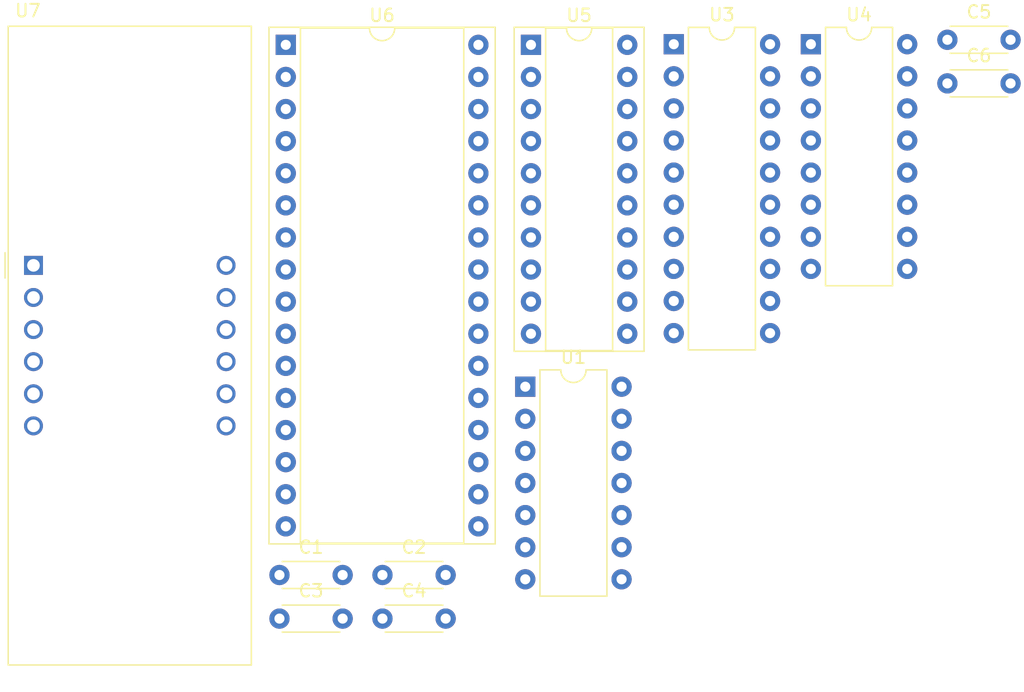
<source format=kicad_pcb>
(kicad_pcb (version 20171130) (host pcbnew "(5.1.0-0)")

  (general
    (thickness 1.6)
    (drawings 0)
    (tracks 0)
    (zones 0)
    (modules 12)
    (nets 33)
  )

  (page A4)
  (layers
    (0 F.Cu signal)
    (31 B.Cu signal)
    (32 B.Adhes user)
    (33 F.Adhes user)
    (34 B.Paste user)
    (35 F.Paste user)
    (36 B.SilkS user)
    (37 F.SilkS user)
    (38 B.Mask user)
    (39 F.Mask user)
    (40 Dwgs.User user)
    (41 Cmts.User user)
    (42 Eco1.User user)
    (43 Eco2.User user)
    (44 Edge.Cuts user)
    (45 Margin user)
    (46 B.CrtYd user)
    (47 F.CrtYd user)
    (48 B.Fab user)
    (49 F.Fab user)
  )

  (setup
    (last_trace_width 0.25)
    (trace_clearance 0.2)
    (zone_clearance 0.508)
    (zone_45_only no)
    (trace_min 0.2)
    (via_size 0.8)
    (via_drill 0.4)
    (via_min_size 0.4)
    (via_min_drill 0.3)
    (uvia_size 0.3)
    (uvia_drill 0.1)
    (uvias_allowed no)
    (uvia_min_size 0.2)
    (uvia_min_drill 0.1)
    (edge_width 0.05)
    (segment_width 0.2)
    (pcb_text_width 0.3)
    (pcb_text_size 1.5 1.5)
    (mod_edge_width 0.12)
    (mod_text_size 1 1)
    (mod_text_width 0.15)
    (pad_size 1.524 1.524)
    (pad_drill 0.762)
    (pad_to_mask_clearance 0.051)
    (solder_mask_min_width 0.25)
    (aux_axis_origin 0 0)
    (visible_elements FFFFFF7F)
    (pcbplotparams
      (layerselection 0x010fc_ffffffff)
      (usegerberextensions false)
      (usegerberattributes false)
      (usegerberadvancedattributes false)
      (creategerberjobfile false)
      (excludeedgelayer true)
      (linewidth 0.100000)
      (plotframeref false)
      (viasonmask false)
      (mode 1)
      (useauxorigin false)
      (hpglpennumber 1)
      (hpglpenspeed 20)
      (hpglpendiameter 15.000000)
      (psnegative false)
      (psa4output false)
      (plotreference true)
      (plotvalue true)
      (plotinvisibletext false)
      (padsonsilk false)
      (subtractmaskfromsilk false)
      (outputformat 1)
      (mirror false)
      (drillshape 1)
      (scaleselection 1)
      (outputdirectory ""))
  )

  (net 0 "")
  (net 1 GND)
  (net 2 VCC)
  (net 3 "Net-(U1-Pad4)")
  (net 4 "Net-(U1-Pad3)")
  (net 5 /Out7)
  (net 6 /Out3)
  (net 7 DataBus7)
  (net 8 DataBus3)
  (net 9 DataBus6)
  (net 10 DataBus2)
  (net 11 /Out6)
  (net 12 /Out2)
  (net 13 /Out5)
  (net 14 /Out1)
  (net 15 DataBus5)
  (net 16 DataBus1)
  (net 17 DataBus4)
  (net 18 DataBus0)
  (net 19 /Out4)
  (net 20 /Out0)
  (net 21 "Net-(U4-Pad7)")
  (net 22 "Net-(U4-Pad6)")
  (net 23 "Net-(U4-Pad5)")
  (net 24 "Net-(U4-Pad4)")
  (net 25 "Net-(U6-Pad15)")
  (net 26 "Net-(U6-Pad14)")
  (net 27 "Net-(U6-Pad13)")
  (net 28 "Net-(U6-Pad21)")
  (net 29 "Net-(U6-Pad20)")
  (net 30 "Net-(U6-Pad19)")
  (net 31 "Net-(U6-Pad18)")
  (net 32 "Net-(U6-Pad17)")

  (net_class Default "This is the default net class."
    (clearance 0.2)
    (trace_width 0.25)
    (via_dia 0.8)
    (via_drill 0.4)
    (uvia_dia 0.3)
    (uvia_drill 0.1)
    (add_net /Out0)
    (add_net /Out1)
    (add_net /Out2)
    (add_net /Out3)
    (add_net /Out4)
    (add_net /Out5)
    (add_net /Out6)
    (add_net /Out7)
    (add_net DataBus0)
    (add_net DataBus1)
    (add_net DataBus2)
    (add_net DataBus3)
    (add_net DataBus4)
    (add_net DataBus5)
    (add_net DataBus6)
    (add_net DataBus7)
    (add_net GND)
    (add_net "Net-(U1-Pad3)")
    (add_net "Net-(U1-Pad4)")
    (add_net "Net-(U4-Pad4)")
    (add_net "Net-(U4-Pad5)")
    (add_net "Net-(U4-Pad6)")
    (add_net "Net-(U4-Pad7)")
    (add_net "Net-(U6-Pad13)")
    (add_net "Net-(U6-Pad14)")
    (add_net "Net-(U6-Pad15)")
    (add_net "Net-(U6-Pad17)")
    (add_net "Net-(U6-Pad18)")
    (add_net "Net-(U6-Pad19)")
    (add_net "Net-(U6-Pad20)")
    (add_net "Net-(U6-Pad21)")
    (add_net VCC)
  )

  (module Display_7Segment:CA56-12CGKWA (layer F.Cu) (tedit 5A02FE84) (tstamp 5D958ABE)
    (at 115.282 82.18)
    (descr "4 digit 7 segment green LED, http://www.kingbright.com/attachments/file/psearch/000/00/00/CA56-12CGKWA(Ver.9A).pdf")
    (tags "4 digit 7 segment green LED")
    (path /5D2A69C6)
    (fp_text reference U7 (at -0.44 -20.15) (layer F.SilkS)
      (effects (font (size 1 1) (thickness 0.15)))
    )
    (fp_text value CC56-12CGKWA (at 3.5 32.92) (layer F.Fab)
      (effects (font (size 1 1) (thickness 0.15)))
    )
    (fp_text user %R (at 8.128 6.604) (layer F.Fab)
      (effects (font (size 1 1) (thickness 0.15)))
    )
    (fp_line (start -1.88 1) (end -1.88 31.5) (layer F.Fab) (width 0.1))
    (fp_line (start -1.88 31.5) (end 17.12 31.5) (layer F.Fab) (width 0.1))
    (fp_line (start 17.12 -18.8) (end 17.12 31.5) (layer F.Fab) (width 0.1))
    (fp_line (start -1.88 -18.8) (end 17.12 -18.8) (layer F.Fab) (width 0.1))
    (fp_line (start -2.25 -1) (end -2.25 1) (layer F.SilkS) (width 0.12))
    (fp_line (start -2.13 31.75) (end -2.13 -19.05) (layer F.CrtYd) (width 0.05))
    (fp_line (start 17.37 31.75) (end -2.13 31.75) (layer F.CrtYd) (width 0.05))
    (fp_line (start 17.37 -19.05) (end 17.37 31.75) (layer F.CrtYd) (width 0.05))
    (fp_line (start -2.13 -19.05) (end 17.37 -19.05) (layer F.CrtYd) (width 0.05))
    (fp_line (start -1.88 -1) (end -1.88 -18.8) (layer F.Fab) (width 0.1))
    (fp_line (start -0.88 0) (end -1.88 -1) (layer F.Fab) (width 0.1))
    (fp_line (start -1.88 1) (end -0.88 0) (layer F.Fab) (width 0.1))
    (fp_line (start 17.24 31.62) (end 17.24 -18.92) (layer F.SilkS) (width 0.12))
    (fp_line (start -2 31.62) (end 17.24 31.62) (layer F.SilkS) (width 0.12))
    (fp_line (start -2 -18.92) (end -2 31.62) (layer F.SilkS) (width 0.12))
    (fp_line (start -2 -18.92) (end 17.24 -18.92) (layer F.SilkS) (width 0.12))
    (pad 12 thru_hole circle (at 15.24 0) (size 1.5 1.5) (drill 1) (layers *.Cu *.Mask)
      (net 21 "Net-(U4-Pad7)"))
    (pad 11 thru_hole circle (at 15.24 2.54) (size 1.5 1.5) (drill 1) (layers *.Cu *.Mask)
      (net 29 "Net-(U6-Pad20)"))
    (pad 10 thru_hole circle (at 15.24 5.08) (size 1.5 1.5) (drill 1) (layers *.Cu *.Mask)
      (net 26 "Net-(U6-Pad14)"))
    (pad 9 thru_hole circle (at 15.24 7.62) (size 1.5 1.5) (drill 1) (layers *.Cu *.Mask)
      (net 22 "Net-(U4-Pad6)"))
    (pad 8 thru_hole circle (at 15.24 10.16) (size 1.5 1.5) (drill 1) (layers *.Cu *.Mask)
      (net 23 "Net-(U4-Pad5)"))
    (pad 7 thru_hole circle (at 15.24 12.7) (size 1.5 1.5) (drill 1) (layers *.Cu *.Mask)
      (net 30 "Net-(U6-Pad19)"))
    (pad 6 thru_hole circle (at 0 12.7) (size 1.5 1.5) (drill 1) (layers *.Cu *.Mask)
      (net 24 "Net-(U4-Pad4)"))
    (pad 5 thru_hole circle (at 0 10.16) (size 1.5 1.5) (drill 1) (layers *.Cu *.Mask)
      (net 27 "Net-(U6-Pad13)"))
    (pad 4 thru_hole circle (at 0 7.62) (size 1.5 1.5) (drill 1) (layers *.Cu *.Mask)
      (net 31 "Net-(U6-Pad18)"))
    (pad 3 thru_hole circle (at 0 5.08) (size 1.5 1.5) (drill 1) (layers *.Cu *.Mask)
      (net 28 "Net-(U6-Pad21)"))
    (pad 2 thru_hole circle (at 0 2.54) (size 1.5 1.5) (drill 1) (layers *.Cu *.Mask)
      (net 32 "Net-(U6-Pad17)"))
    (pad 1 thru_hole rect (at 0 0) (size 1.5 1.5) (drill 1) (layers *.Cu *.Mask)
      (net 25 "Net-(U6-Pad15)"))
    (model ${KISYS3DMOD}/Display_7Segment.3dshapes/CA56-12CGKWA.wrl
      (at (xyz 0 0 0))
      (scale (xyz 1 1 1))
      (rotate (xyz 0 0 0))
    )
  )

  (module Package_DIP:DIP-32_W15.24mm_Socket (layer F.Cu) (tedit 5A02E8C5) (tstamp 5D958A9D)
    (at 135.247 64.73)
    (descr "32-lead though-hole mounted DIP package, row spacing 15.24 mm (600 mils), Socket")
    (tags "THT DIP DIL PDIP 2.54mm 15.24mm 600mil Socket")
    (path /5D2AC6ED)
    (fp_text reference U6 (at 7.62 -2.33) (layer F.SilkS)
      (effects (font (size 1 1) (thickness 0.15)))
    )
    (fp_text value GLS29EE010 (at 7.62 40.43) (layer F.Fab)
      (effects (font (size 1 1) (thickness 0.15)))
    )
    (fp_text user %R (at 7.62 19.05) (layer F.Fab)
      (effects (font (size 1 1) (thickness 0.15)))
    )
    (fp_line (start 16.8 -1.6) (end -1.55 -1.6) (layer F.CrtYd) (width 0.05))
    (fp_line (start 16.8 39.7) (end 16.8 -1.6) (layer F.CrtYd) (width 0.05))
    (fp_line (start -1.55 39.7) (end 16.8 39.7) (layer F.CrtYd) (width 0.05))
    (fp_line (start -1.55 -1.6) (end -1.55 39.7) (layer F.CrtYd) (width 0.05))
    (fp_line (start 16.57 -1.39) (end -1.33 -1.39) (layer F.SilkS) (width 0.12))
    (fp_line (start 16.57 39.49) (end 16.57 -1.39) (layer F.SilkS) (width 0.12))
    (fp_line (start -1.33 39.49) (end 16.57 39.49) (layer F.SilkS) (width 0.12))
    (fp_line (start -1.33 -1.39) (end -1.33 39.49) (layer F.SilkS) (width 0.12))
    (fp_line (start 14.08 -1.33) (end 8.62 -1.33) (layer F.SilkS) (width 0.12))
    (fp_line (start 14.08 39.43) (end 14.08 -1.33) (layer F.SilkS) (width 0.12))
    (fp_line (start 1.16 39.43) (end 14.08 39.43) (layer F.SilkS) (width 0.12))
    (fp_line (start 1.16 -1.33) (end 1.16 39.43) (layer F.SilkS) (width 0.12))
    (fp_line (start 6.62 -1.33) (end 1.16 -1.33) (layer F.SilkS) (width 0.12))
    (fp_line (start 16.51 -1.33) (end -1.27 -1.33) (layer F.Fab) (width 0.1))
    (fp_line (start 16.51 39.43) (end 16.51 -1.33) (layer F.Fab) (width 0.1))
    (fp_line (start -1.27 39.43) (end 16.51 39.43) (layer F.Fab) (width 0.1))
    (fp_line (start -1.27 -1.33) (end -1.27 39.43) (layer F.Fab) (width 0.1))
    (fp_line (start 0.255 -0.27) (end 1.255 -1.27) (layer F.Fab) (width 0.1))
    (fp_line (start 0.255 39.37) (end 0.255 -0.27) (layer F.Fab) (width 0.1))
    (fp_line (start 14.985 39.37) (end 0.255 39.37) (layer F.Fab) (width 0.1))
    (fp_line (start 14.985 -1.27) (end 14.985 39.37) (layer F.Fab) (width 0.1))
    (fp_line (start 1.255 -1.27) (end 14.985 -1.27) (layer F.Fab) (width 0.1))
    (fp_arc (start 7.62 -1.33) (end 6.62 -1.33) (angle -180) (layer F.SilkS) (width 0.12))
    (pad 32 thru_hole oval (at 15.24 0) (size 1.6 1.6) (drill 0.8) (layers *.Cu *.Mask)
      (net 2 VCC))
    (pad 16 thru_hole oval (at 0 38.1) (size 1.6 1.6) (drill 0.8) (layers *.Cu *.Mask)
      (net 1 GND))
    (pad 31 thru_hole oval (at 15.24 2.54) (size 1.6 1.6) (drill 0.8) (layers *.Cu *.Mask)
      (net 2 VCC))
    (pad 15 thru_hole oval (at 0 35.56) (size 1.6 1.6) (drill 0.8) (layers *.Cu *.Mask)
      (net 25 "Net-(U6-Pad15)"))
    (pad 30 thru_hole oval (at 15.24 5.08) (size 1.6 1.6) (drill 0.8) (layers *.Cu *.Mask))
    (pad 14 thru_hole oval (at 0 33.02) (size 1.6 1.6) (drill 0.8) (layers *.Cu *.Mask)
      (net 26 "Net-(U6-Pad14)"))
    (pad 29 thru_hole oval (at 15.24 7.62) (size 1.6 1.6) (drill 0.8) (layers *.Cu *.Mask)
      (net 1 GND))
    (pad 13 thru_hole oval (at 0 30.48) (size 1.6 1.6) (drill 0.8) (layers *.Cu *.Mask)
      (net 27 "Net-(U6-Pad13)"))
    (pad 28 thru_hole oval (at 15.24 10.16) (size 1.6 1.6) (drill 0.8) (layers *.Cu *.Mask)
      (net 1 GND))
    (pad 12 thru_hole oval (at 0 27.94) (size 1.6 1.6) (drill 0.8) (layers *.Cu *.Mask)
      (net 20 /Out0))
    (pad 27 thru_hole oval (at 15.24 12.7) (size 1.6 1.6) (drill 0.8) (layers *.Cu *.Mask)
      (net 1 GND))
    (pad 11 thru_hole oval (at 0 25.4) (size 1.6 1.6) (drill 0.8) (layers *.Cu *.Mask)
      (net 14 /Out1))
    (pad 26 thru_hole oval (at 15.24 15.24) (size 1.6 1.6) (drill 0.8) (layers *.Cu *.Mask)
      (net 1 GND))
    (pad 10 thru_hole oval (at 0 22.86) (size 1.6 1.6) (drill 0.8) (layers *.Cu *.Mask)
      (net 12 /Out2))
    (pad 25 thru_hole oval (at 15.24 17.78) (size 1.6 1.6) (drill 0.8) (layers *.Cu *.Mask)
      (net 1 GND))
    (pad 9 thru_hole oval (at 0 20.32) (size 1.6 1.6) (drill 0.8) (layers *.Cu *.Mask)
      (net 6 /Out3))
    (pad 24 thru_hole oval (at 15.24 20.32) (size 1.6 1.6) (drill 0.8) (layers *.Cu *.Mask)
      (net 1 GND))
    (pad 8 thru_hole oval (at 0 17.78) (size 1.6 1.6) (drill 0.8) (layers *.Cu *.Mask)
      (net 19 /Out4))
    (pad 23 thru_hole oval (at 15.24 22.86) (size 1.6 1.6) (drill 0.8) (layers *.Cu *.Mask)
      (net 1 GND))
    (pad 7 thru_hole oval (at 0 15.24) (size 1.6 1.6) (drill 0.8) (layers *.Cu *.Mask)
      (net 13 /Out5))
    (pad 22 thru_hole oval (at 15.24 25.4) (size 1.6 1.6) (drill 0.8) (layers *.Cu *.Mask)
      (net 1 GND))
    (pad 6 thru_hole oval (at 0 12.7) (size 1.6 1.6) (drill 0.8) (layers *.Cu *.Mask)
      (net 11 /Out6))
    (pad 21 thru_hole oval (at 15.24 27.94) (size 1.6 1.6) (drill 0.8) (layers *.Cu *.Mask)
      (net 28 "Net-(U6-Pad21)"))
    (pad 5 thru_hole oval (at 0 10.16) (size 1.6 1.6) (drill 0.8) (layers *.Cu *.Mask)
      (net 5 /Out7))
    (pad 20 thru_hole oval (at 15.24 30.48) (size 1.6 1.6) (drill 0.8) (layers *.Cu *.Mask)
      (net 29 "Net-(U6-Pad20)"))
    (pad 4 thru_hole oval (at 0 7.62) (size 1.6 1.6) (drill 0.8) (layers *.Cu *.Mask)
      (net 1 GND))
    (pad 19 thru_hole oval (at 15.24 33.02) (size 1.6 1.6) (drill 0.8) (layers *.Cu *.Mask)
      (net 30 "Net-(U6-Pad19)"))
    (pad 3 thru_hole oval (at 0 5.08) (size 1.6 1.6) (drill 0.8) (layers *.Cu *.Mask)
      (net 1 GND))
    (pad 18 thru_hole oval (at 15.24 35.56) (size 1.6 1.6) (drill 0.8) (layers *.Cu *.Mask)
      (net 31 "Net-(U6-Pad18)"))
    (pad 2 thru_hole oval (at 0 2.54) (size 1.6 1.6) (drill 0.8) (layers *.Cu *.Mask)
      (net 1 GND))
    (pad 17 thru_hole oval (at 15.24 38.1) (size 1.6 1.6) (drill 0.8) (layers *.Cu *.Mask)
      (net 32 "Net-(U6-Pad17)"))
    (pad 1 thru_hole rect (at 0 0) (size 1.6 1.6) (drill 0.8) (layers *.Cu *.Mask))
    (model ${KISYS3DMOD}/Package_DIP.3dshapes/DIP-32_W15.24mm_Socket.wrl
      (at (xyz 0 0 0))
      (scale (xyz 1 1 1))
      (rotate (xyz 0 0 0))
    )
  )

  (module Package_DIP:DIP-20_W7.62mm_Socket (layer F.Cu) (tedit 5A02E8C5) (tstamp 5D958A61)
    (at 154.647 64.73)
    (descr "20-lead though-hole mounted DIP package, row spacing 7.62 mm (300 mils), Socket")
    (tags "THT DIP DIL PDIP 2.54mm 7.62mm 300mil Socket")
    (path /5DF2BBE9)
    (fp_text reference U5 (at 3.81 -2.33) (layer F.SilkS)
      (effects (font (size 1 1) (thickness 0.15)))
    )
    (fp_text value 74LS245 (at 3.81 25.19) (layer F.Fab)
      (effects (font (size 1 1) (thickness 0.15)))
    )
    (fp_text user %R (at 3.81 11.43) (layer F.Fab)
      (effects (font (size 1 1) (thickness 0.15)))
    )
    (fp_line (start 9.15 -1.6) (end -1.55 -1.6) (layer F.CrtYd) (width 0.05))
    (fp_line (start 9.15 24.45) (end 9.15 -1.6) (layer F.CrtYd) (width 0.05))
    (fp_line (start -1.55 24.45) (end 9.15 24.45) (layer F.CrtYd) (width 0.05))
    (fp_line (start -1.55 -1.6) (end -1.55 24.45) (layer F.CrtYd) (width 0.05))
    (fp_line (start 8.95 -1.39) (end -1.33 -1.39) (layer F.SilkS) (width 0.12))
    (fp_line (start 8.95 24.25) (end 8.95 -1.39) (layer F.SilkS) (width 0.12))
    (fp_line (start -1.33 24.25) (end 8.95 24.25) (layer F.SilkS) (width 0.12))
    (fp_line (start -1.33 -1.39) (end -1.33 24.25) (layer F.SilkS) (width 0.12))
    (fp_line (start 6.46 -1.33) (end 4.81 -1.33) (layer F.SilkS) (width 0.12))
    (fp_line (start 6.46 24.19) (end 6.46 -1.33) (layer F.SilkS) (width 0.12))
    (fp_line (start 1.16 24.19) (end 6.46 24.19) (layer F.SilkS) (width 0.12))
    (fp_line (start 1.16 -1.33) (end 1.16 24.19) (layer F.SilkS) (width 0.12))
    (fp_line (start 2.81 -1.33) (end 1.16 -1.33) (layer F.SilkS) (width 0.12))
    (fp_line (start 8.89 -1.33) (end -1.27 -1.33) (layer F.Fab) (width 0.1))
    (fp_line (start 8.89 24.19) (end 8.89 -1.33) (layer F.Fab) (width 0.1))
    (fp_line (start -1.27 24.19) (end 8.89 24.19) (layer F.Fab) (width 0.1))
    (fp_line (start -1.27 -1.33) (end -1.27 24.19) (layer F.Fab) (width 0.1))
    (fp_line (start 0.635 -0.27) (end 1.635 -1.27) (layer F.Fab) (width 0.1))
    (fp_line (start 0.635 24.13) (end 0.635 -0.27) (layer F.Fab) (width 0.1))
    (fp_line (start 6.985 24.13) (end 0.635 24.13) (layer F.Fab) (width 0.1))
    (fp_line (start 6.985 -1.27) (end 6.985 24.13) (layer F.Fab) (width 0.1))
    (fp_line (start 1.635 -1.27) (end 6.985 -1.27) (layer F.Fab) (width 0.1))
    (fp_arc (start 3.81 -1.33) (end 2.81 -1.33) (angle -180) (layer F.SilkS) (width 0.12))
    (pad 20 thru_hole oval (at 7.62 0) (size 1.6 1.6) (drill 0.8) (layers *.Cu *.Mask)
      (net 2 VCC))
    (pad 10 thru_hole oval (at 0 22.86) (size 1.6 1.6) (drill 0.8) (layers *.Cu *.Mask)
      (net 1 GND))
    (pad 19 thru_hole oval (at 7.62 2.54) (size 1.6 1.6) (drill 0.8) (layers *.Cu *.Mask))
    (pad 9 thru_hole oval (at 0 20.32) (size 1.6 1.6) (drill 0.8) (layers *.Cu *.Mask)
      (net 5 /Out7))
    (pad 18 thru_hole oval (at 7.62 5.08) (size 1.6 1.6) (drill 0.8) (layers *.Cu *.Mask)
      (net 18 DataBus0))
    (pad 8 thru_hole oval (at 0 17.78) (size 1.6 1.6) (drill 0.8) (layers *.Cu *.Mask)
      (net 11 /Out6))
    (pad 17 thru_hole oval (at 7.62 7.62) (size 1.6 1.6) (drill 0.8) (layers *.Cu *.Mask)
      (net 16 DataBus1))
    (pad 7 thru_hole oval (at 0 15.24) (size 1.6 1.6) (drill 0.8) (layers *.Cu *.Mask)
      (net 13 /Out5))
    (pad 16 thru_hole oval (at 7.62 10.16) (size 1.6 1.6) (drill 0.8) (layers *.Cu *.Mask)
      (net 10 DataBus2))
    (pad 6 thru_hole oval (at 0 12.7) (size 1.6 1.6) (drill 0.8) (layers *.Cu *.Mask)
      (net 19 /Out4))
    (pad 15 thru_hole oval (at 7.62 12.7) (size 1.6 1.6) (drill 0.8) (layers *.Cu *.Mask)
      (net 8 DataBus3))
    (pad 5 thru_hole oval (at 0 10.16) (size 1.6 1.6) (drill 0.8) (layers *.Cu *.Mask)
      (net 6 /Out3))
    (pad 14 thru_hole oval (at 7.62 15.24) (size 1.6 1.6) (drill 0.8) (layers *.Cu *.Mask)
      (net 17 DataBus4))
    (pad 4 thru_hole oval (at 0 7.62) (size 1.6 1.6) (drill 0.8) (layers *.Cu *.Mask)
      (net 12 /Out2))
    (pad 13 thru_hole oval (at 7.62 17.78) (size 1.6 1.6) (drill 0.8) (layers *.Cu *.Mask)
      (net 15 DataBus5))
    (pad 3 thru_hole oval (at 0 5.08) (size 1.6 1.6) (drill 0.8) (layers *.Cu *.Mask)
      (net 14 /Out1))
    (pad 12 thru_hole oval (at 7.62 20.32) (size 1.6 1.6) (drill 0.8) (layers *.Cu *.Mask)
      (net 9 DataBus6))
    (pad 2 thru_hole oval (at 0 2.54) (size 1.6 1.6) (drill 0.8) (layers *.Cu *.Mask)
      (net 20 /Out0))
    (pad 11 thru_hole oval (at 7.62 22.86) (size 1.6 1.6) (drill 0.8) (layers *.Cu *.Mask)
      (net 7 DataBus7))
    (pad 1 thru_hole rect (at 0 0) (size 1.6 1.6) (drill 0.8) (layers *.Cu *.Mask)
      (net 2 VCC))
    (model ${KISYS3DMOD}/Package_DIP.3dshapes/DIP-20_W7.62mm_Socket.wrl
      (at (xyz 0 0 0))
      (scale (xyz 1 1 1))
      (rotate (xyz 0 0 0))
    )
  )

  (module Package_DIP:DIP-16_W7.62mm (layer F.Cu) (tedit 5A02E8C5) (tstamp 5D958A31)
    (at 176.797 64.68)
    (descr "16-lead though-hole mounted DIP package, row spacing 7.62 mm (300 mils)")
    (tags "THT DIP DIL PDIP 2.54mm 7.62mm 300mil")
    (path /5D2AA07C)
    (fp_text reference U4 (at 3.81 -2.33) (layer F.SilkS)
      (effects (font (size 1 1) (thickness 0.15)))
    )
    (fp_text value 74LS139 (at 3.81 20.11) (layer F.Fab)
      (effects (font (size 1 1) (thickness 0.15)))
    )
    (fp_text user %R (at 3.81 8.89) (layer F.Fab)
      (effects (font (size 1 1) (thickness 0.15)))
    )
    (fp_line (start 8.7 -1.55) (end -1.1 -1.55) (layer F.CrtYd) (width 0.05))
    (fp_line (start 8.7 19.3) (end 8.7 -1.55) (layer F.CrtYd) (width 0.05))
    (fp_line (start -1.1 19.3) (end 8.7 19.3) (layer F.CrtYd) (width 0.05))
    (fp_line (start -1.1 -1.55) (end -1.1 19.3) (layer F.CrtYd) (width 0.05))
    (fp_line (start 6.46 -1.33) (end 4.81 -1.33) (layer F.SilkS) (width 0.12))
    (fp_line (start 6.46 19.11) (end 6.46 -1.33) (layer F.SilkS) (width 0.12))
    (fp_line (start 1.16 19.11) (end 6.46 19.11) (layer F.SilkS) (width 0.12))
    (fp_line (start 1.16 -1.33) (end 1.16 19.11) (layer F.SilkS) (width 0.12))
    (fp_line (start 2.81 -1.33) (end 1.16 -1.33) (layer F.SilkS) (width 0.12))
    (fp_line (start 0.635 -0.27) (end 1.635 -1.27) (layer F.Fab) (width 0.1))
    (fp_line (start 0.635 19.05) (end 0.635 -0.27) (layer F.Fab) (width 0.1))
    (fp_line (start 6.985 19.05) (end 0.635 19.05) (layer F.Fab) (width 0.1))
    (fp_line (start 6.985 -1.27) (end 6.985 19.05) (layer F.Fab) (width 0.1))
    (fp_line (start 1.635 -1.27) (end 6.985 -1.27) (layer F.Fab) (width 0.1))
    (fp_arc (start 3.81 -1.33) (end 2.81 -1.33) (angle -180) (layer F.SilkS) (width 0.12))
    (pad 16 thru_hole oval (at 7.62 0) (size 1.6 1.6) (drill 0.8) (layers *.Cu *.Mask))
    (pad 8 thru_hole oval (at 0 17.78) (size 1.6 1.6) (drill 0.8) (layers *.Cu *.Mask))
    (pad 15 thru_hole oval (at 7.62 2.54) (size 1.6 1.6) (drill 0.8) (layers *.Cu *.Mask))
    (pad 7 thru_hole oval (at 0 15.24) (size 1.6 1.6) (drill 0.8) (layers *.Cu *.Mask)
      (net 21 "Net-(U4-Pad7)"))
    (pad 14 thru_hole oval (at 7.62 5.08) (size 1.6 1.6) (drill 0.8) (layers *.Cu *.Mask))
    (pad 6 thru_hole oval (at 0 12.7) (size 1.6 1.6) (drill 0.8) (layers *.Cu *.Mask)
      (net 22 "Net-(U4-Pad6)"))
    (pad 13 thru_hole oval (at 7.62 7.62) (size 1.6 1.6) (drill 0.8) (layers *.Cu *.Mask))
    (pad 5 thru_hole oval (at 0 10.16) (size 1.6 1.6) (drill 0.8) (layers *.Cu *.Mask)
      (net 23 "Net-(U4-Pad5)"))
    (pad 12 thru_hole oval (at 7.62 10.16) (size 1.6 1.6) (drill 0.8) (layers *.Cu *.Mask))
    (pad 4 thru_hole oval (at 0 7.62) (size 1.6 1.6) (drill 0.8) (layers *.Cu *.Mask)
      (net 24 "Net-(U4-Pad4)"))
    (pad 11 thru_hole oval (at 7.62 12.7) (size 1.6 1.6) (drill 0.8) (layers *.Cu *.Mask))
    (pad 3 thru_hole oval (at 0 5.08) (size 1.6 1.6) (drill 0.8) (layers *.Cu *.Mask)
      (net 3 "Net-(U1-Pad4)"))
    (pad 10 thru_hole oval (at 7.62 15.24) (size 1.6 1.6) (drill 0.8) (layers *.Cu *.Mask))
    (pad 2 thru_hole oval (at 0 2.54) (size 1.6 1.6) (drill 0.8) (layers *.Cu *.Mask)
      (net 4 "Net-(U1-Pad3)"))
    (pad 9 thru_hole oval (at 7.62 17.78) (size 1.6 1.6) (drill 0.8) (layers *.Cu *.Mask))
    (pad 1 thru_hole rect (at 0 0) (size 1.6 1.6) (drill 0.8) (layers *.Cu *.Mask)
      (net 1 GND))
    (model ${KISYS3DMOD}/Package_DIP.3dshapes/DIP-16_W7.62mm.wrl
      (at (xyz 0 0 0))
      (scale (xyz 1 1 1))
      (rotate (xyz 0 0 0))
    )
  )

  (module Package_DIP:DIP-20_W7.62mm (layer F.Cu) (tedit 5A02E8C5) (tstamp 5D958A0D)
    (at 165.947 64.68)
    (descr "20-lead though-hole mounted DIP package, row spacing 7.62 mm (300 mils)")
    (tags "THT DIP DIL PDIP 2.54mm 7.62mm 300mil")
    (path /5DF2BBF5)
    (fp_text reference U3 (at 3.81 -2.33) (layer F.SilkS)
      (effects (font (size 1 1) (thickness 0.15)))
    )
    (fp_text value 74F377 (at 3.81 25.19) (layer F.Fab)
      (effects (font (size 1 1) (thickness 0.15)))
    )
    (fp_text user %R (at 3.81 11.43) (layer F.Fab)
      (effects (font (size 1 1) (thickness 0.15)))
    )
    (fp_line (start 8.7 -1.55) (end -1.1 -1.55) (layer F.CrtYd) (width 0.05))
    (fp_line (start 8.7 24.4) (end 8.7 -1.55) (layer F.CrtYd) (width 0.05))
    (fp_line (start -1.1 24.4) (end 8.7 24.4) (layer F.CrtYd) (width 0.05))
    (fp_line (start -1.1 -1.55) (end -1.1 24.4) (layer F.CrtYd) (width 0.05))
    (fp_line (start 6.46 -1.33) (end 4.81 -1.33) (layer F.SilkS) (width 0.12))
    (fp_line (start 6.46 24.19) (end 6.46 -1.33) (layer F.SilkS) (width 0.12))
    (fp_line (start 1.16 24.19) (end 6.46 24.19) (layer F.SilkS) (width 0.12))
    (fp_line (start 1.16 -1.33) (end 1.16 24.19) (layer F.SilkS) (width 0.12))
    (fp_line (start 2.81 -1.33) (end 1.16 -1.33) (layer F.SilkS) (width 0.12))
    (fp_line (start 0.635 -0.27) (end 1.635 -1.27) (layer F.Fab) (width 0.1))
    (fp_line (start 0.635 24.13) (end 0.635 -0.27) (layer F.Fab) (width 0.1))
    (fp_line (start 6.985 24.13) (end 0.635 24.13) (layer F.Fab) (width 0.1))
    (fp_line (start 6.985 -1.27) (end 6.985 24.13) (layer F.Fab) (width 0.1))
    (fp_line (start 1.635 -1.27) (end 6.985 -1.27) (layer F.Fab) (width 0.1))
    (fp_arc (start 3.81 -1.33) (end 2.81 -1.33) (angle -180) (layer F.SilkS) (width 0.12))
    (pad 20 thru_hole oval (at 7.62 0) (size 1.6 1.6) (drill 0.8) (layers *.Cu *.Mask)
      (net 2 VCC))
    (pad 10 thru_hole oval (at 0 22.86) (size 1.6 1.6) (drill 0.8) (layers *.Cu *.Mask)
      (net 1 GND))
    (pad 19 thru_hole oval (at 7.62 2.54) (size 1.6 1.6) (drill 0.8) (layers *.Cu *.Mask)
      (net 5 /Out7))
    (pad 9 thru_hole oval (at 0 20.32) (size 1.6 1.6) (drill 0.8) (layers *.Cu *.Mask)
      (net 6 /Out3))
    (pad 18 thru_hole oval (at 7.62 5.08) (size 1.6 1.6) (drill 0.8) (layers *.Cu *.Mask)
      (net 7 DataBus7))
    (pad 8 thru_hole oval (at 0 17.78) (size 1.6 1.6) (drill 0.8) (layers *.Cu *.Mask)
      (net 8 DataBus3))
    (pad 17 thru_hole oval (at 7.62 7.62) (size 1.6 1.6) (drill 0.8) (layers *.Cu *.Mask)
      (net 9 DataBus6))
    (pad 7 thru_hole oval (at 0 15.24) (size 1.6 1.6) (drill 0.8) (layers *.Cu *.Mask)
      (net 10 DataBus2))
    (pad 16 thru_hole oval (at 7.62 10.16) (size 1.6 1.6) (drill 0.8) (layers *.Cu *.Mask)
      (net 11 /Out6))
    (pad 6 thru_hole oval (at 0 12.7) (size 1.6 1.6) (drill 0.8) (layers *.Cu *.Mask)
      (net 12 /Out2))
    (pad 15 thru_hole oval (at 7.62 12.7) (size 1.6 1.6) (drill 0.8) (layers *.Cu *.Mask)
      (net 13 /Out5))
    (pad 5 thru_hole oval (at 0 10.16) (size 1.6 1.6) (drill 0.8) (layers *.Cu *.Mask)
      (net 14 /Out1))
    (pad 14 thru_hole oval (at 7.62 15.24) (size 1.6 1.6) (drill 0.8) (layers *.Cu *.Mask)
      (net 15 DataBus5))
    (pad 4 thru_hole oval (at 0 7.62) (size 1.6 1.6) (drill 0.8) (layers *.Cu *.Mask)
      (net 16 DataBus1))
    (pad 13 thru_hole oval (at 7.62 17.78) (size 1.6 1.6) (drill 0.8) (layers *.Cu *.Mask)
      (net 17 DataBus4))
    (pad 3 thru_hole oval (at 0 5.08) (size 1.6 1.6) (drill 0.8) (layers *.Cu *.Mask)
      (net 18 DataBus0))
    (pad 12 thru_hole oval (at 7.62 20.32) (size 1.6 1.6) (drill 0.8) (layers *.Cu *.Mask)
      (net 19 /Out4))
    (pad 2 thru_hole oval (at 0 2.54) (size 1.6 1.6) (drill 0.8) (layers *.Cu *.Mask)
      (net 20 /Out0))
    (pad 11 thru_hole oval (at 7.62 22.86) (size 1.6 1.6) (drill 0.8) (layers *.Cu *.Mask))
    (pad 1 thru_hole rect (at 0 0) (size 1.6 1.6) (drill 0.8) (layers *.Cu *.Mask))
    (model ${KISYS3DMOD}/Package_DIP.3dshapes/DIP-20_W7.62mm.wrl
      (at (xyz 0 0 0))
      (scale (xyz 1 1 1))
      (rotate (xyz 0 0 0))
    )
  )

  (module Package_DIP:DIP-14_W7.62mm (layer F.Cu) (tedit 5A02E8C5) (tstamp 5D9589C3)
    (at 154.197 91.78)
    (descr "14-lead though-hole mounted DIP package, row spacing 7.62 mm (300 mils)")
    (tags "THT DIP DIL PDIP 2.54mm 7.62mm 300mil")
    (path /5D2AB003)
    (fp_text reference U1 (at 3.81 -2.33) (layer F.SilkS)
      (effects (font (size 1 1) (thickness 0.15)))
    )
    (fp_text value 74LS393 (at 3.81 17.57) (layer F.Fab)
      (effects (font (size 1 1) (thickness 0.15)))
    )
    (fp_text user %R (at 3.81 7.62) (layer F.Fab)
      (effects (font (size 1 1) (thickness 0.15)))
    )
    (fp_line (start 8.7 -1.55) (end -1.1 -1.55) (layer F.CrtYd) (width 0.05))
    (fp_line (start 8.7 16.8) (end 8.7 -1.55) (layer F.CrtYd) (width 0.05))
    (fp_line (start -1.1 16.8) (end 8.7 16.8) (layer F.CrtYd) (width 0.05))
    (fp_line (start -1.1 -1.55) (end -1.1 16.8) (layer F.CrtYd) (width 0.05))
    (fp_line (start 6.46 -1.33) (end 4.81 -1.33) (layer F.SilkS) (width 0.12))
    (fp_line (start 6.46 16.57) (end 6.46 -1.33) (layer F.SilkS) (width 0.12))
    (fp_line (start 1.16 16.57) (end 6.46 16.57) (layer F.SilkS) (width 0.12))
    (fp_line (start 1.16 -1.33) (end 1.16 16.57) (layer F.SilkS) (width 0.12))
    (fp_line (start 2.81 -1.33) (end 1.16 -1.33) (layer F.SilkS) (width 0.12))
    (fp_line (start 0.635 -0.27) (end 1.635 -1.27) (layer F.Fab) (width 0.1))
    (fp_line (start 0.635 16.51) (end 0.635 -0.27) (layer F.Fab) (width 0.1))
    (fp_line (start 6.985 16.51) (end 0.635 16.51) (layer F.Fab) (width 0.1))
    (fp_line (start 6.985 -1.27) (end 6.985 16.51) (layer F.Fab) (width 0.1))
    (fp_line (start 1.635 -1.27) (end 6.985 -1.27) (layer F.Fab) (width 0.1))
    (fp_arc (start 3.81 -1.33) (end 2.81 -1.33) (angle -180) (layer F.SilkS) (width 0.12))
    (pad 14 thru_hole oval (at 7.62 0) (size 1.6 1.6) (drill 0.8) (layers *.Cu *.Mask))
    (pad 7 thru_hole oval (at 0 15.24) (size 1.6 1.6) (drill 0.8) (layers *.Cu *.Mask))
    (pad 13 thru_hole oval (at 7.62 2.54) (size 1.6 1.6) (drill 0.8) (layers *.Cu *.Mask))
    (pad 6 thru_hole oval (at 0 12.7) (size 1.6 1.6) (drill 0.8) (layers *.Cu *.Mask)
      (net 2 VCC))
    (pad 12 thru_hole oval (at 7.62 5.08) (size 1.6 1.6) (drill 0.8) (layers *.Cu *.Mask))
    (pad 5 thru_hole oval (at 0 10.16) (size 1.6 1.6) (drill 0.8) (layers *.Cu *.Mask)
      (net 2 VCC))
    (pad 11 thru_hole oval (at 7.62 7.62) (size 1.6 1.6) (drill 0.8) (layers *.Cu *.Mask))
    (pad 4 thru_hole oval (at 0 7.62) (size 1.6 1.6) (drill 0.8) (layers *.Cu *.Mask)
      (net 3 "Net-(U1-Pad4)"))
    (pad 10 thru_hole oval (at 7.62 10.16) (size 1.6 1.6) (drill 0.8) (layers *.Cu *.Mask))
    (pad 3 thru_hole oval (at 0 5.08) (size 1.6 1.6) (drill 0.8) (layers *.Cu *.Mask)
      (net 4 "Net-(U1-Pad3)"))
    (pad 9 thru_hole oval (at 7.62 12.7) (size 1.6 1.6) (drill 0.8) (layers *.Cu *.Mask))
    (pad 2 thru_hole oval (at 0 2.54) (size 1.6 1.6) (drill 0.8) (layers *.Cu *.Mask)
      (net 1 GND))
    (pad 8 thru_hole oval (at 7.62 15.24) (size 1.6 1.6) (drill 0.8) (layers *.Cu *.Mask))
    (pad 1 thru_hole rect (at 0 0) (size 1.6 1.6) (drill 0.8) (layers *.Cu *.Mask))
    (model ${KISYS3DMOD}/Package_DIP.3dshapes/DIP-14_W7.62mm.wrl
      (at (xyz 0 0 0))
      (scale (xyz 1 1 1))
      (rotate (xyz 0 0 0))
    )
  )

  (module Capacitor_THT:C_Disc_D4.3mm_W1.9mm_P5.00mm (layer F.Cu) (tedit 5AE50EF0) (tstamp 5D9589A1)
    (at 187.597 67.78)
    (descr "C, Disc series, Radial, pin pitch=5.00mm, , diameter*width=4.3*1.9mm^2, Capacitor, http://www.vishay.com/docs/45233/krseries.pdf")
    (tags "C Disc series Radial pin pitch 5.00mm  diameter 4.3mm width 1.9mm Capacitor")
    (path /5E13255E)
    (fp_text reference C6 (at 2.5 -2.2) (layer F.SilkS)
      (effects (font (size 1 1) (thickness 0.15)))
    )
    (fp_text value 100nF (at 2.5 2.2) (layer F.Fab)
      (effects (font (size 1 1) (thickness 0.15)))
    )
    (fp_text user %R (at 2.5 0) (layer F.Fab)
      (effects (font (size 0.86 0.86) (thickness 0.129)))
    )
    (fp_line (start 6.05 -1.2) (end -1.05 -1.2) (layer F.CrtYd) (width 0.05))
    (fp_line (start 6.05 1.2) (end 6.05 -1.2) (layer F.CrtYd) (width 0.05))
    (fp_line (start -1.05 1.2) (end 6.05 1.2) (layer F.CrtYd) (width 0.05))
    (fp_line (start -1.05 -1.2) (end -1.05 1.2) (layer F.CrtYd) (width 0.05))
    (fp_line (start 4.77 1.055) (end 4.77 1.07) (layer F.SilkS) (width 0.12))
    (fp_line (start 4.77 -1.07) (end 4.77 -1.055) (layer F.SilkS) (width 0.12))
    (fp_line (start 0.23 1.055) (end 0.23 1.07) (layer F.SilkS) (width 0.12))
    (fp_line (start 0.23 -1.07) (end 0.23 -1.055) (layer F.SilkS) (width 0.12))
    (fp_line (start 0.23 1.07) (end 4.77 1.07) (layer F.SilkS) (width 0.12))
    (fp_line (start 0.23 -1.07) (end 4.77 -1.07) (layer F.SilkS) (width 0.12))
    (fp_line (start 4.65 -0.95) (end 0.35 -0.95) (layer F.Fab) (width 0.1))
    (fp_line (start 4.65 0.95) (end 4.65 -0.95) (layer F.Fab) (width 0.1))
    (fp_line (start 0.35 0.95) (end 4.65 0.95) (layer F.Fab) (width 0.1))
    (fp_line (start 0.35 -0.95) (end 0.35 0.95) (layer F.Fab) (width 0.1))
    (pad 2 thru_hole circle (at 5 0) (size 1.6 1.6) (drill 0.8) (layers *.Cu *.Mask)
      (net 1 GND))
    (pad 1 thru_hole circle (at 0 0) (size 1.6 1.6) (drill 0.8) (layers *.Cu *.Mask)
      (net 2 VCC))
    (model ${KISYS3DMOD}/Capacitor_THT.3dshapes/C_Disc_D4.3mm_W1.9mm_P5.00mm.wrl
      (at (xyz 0 0 0))
      (scale (xyz 1 1 1))
      (rotate (xyz 0 0 0))
    )
  )

  (module Capacitor_THT:C_Disc_D4.3mm_W1.9mm_P5.00mm (layer F.Cu) (tedit 5AE50EF0) (tstamp 5D95898C)
    (at 187.597 64.33)
    (descr "C, Disc series, Radial, pin pitch=5.00mm, , diameter*width=4.3*1.9mm^2, Capacitor, http://www.vishay.com/docs/45233/krseries.pdf")
    (tags "C Disc series Radial pin pitch 5.00mm  diameter 4.3mm width 1.9mm Capacitor")
    (path /5E12C213)
    (fp_text reference C5 (at 2.5 -2.2) (layer F.SilkS)
      (effects (font (size 1 1) (thickness 0.15)))
    )
    (fp_text value 100nF (at 2.5 2.2) (layer F.Fab)
      (effects (font (size 1 1) (thickness 0.15)))
    )
    (fp_text user %R (at 2.5 0) (layer F.Fab)
      (effects (font (size 0.86 0.86) (thickness 0.129)))
    )
    (fp_line (start 6.05 -1.2) (end -1.05 -1.2) (layer F.CrtYd) (width 0.05))
    (fp_line (start 6.05 1.2) (end 6.05 -1.2) (layer F.CrtYd) (width 0.05))
    (fp_line (start -1.05 1.2) (end 6.05 1.2) (layer F.CrtYd) (width 0.05))
    (fp_line (start -1.05 -1.2) (end -1.05 1.2) (layer F.CrtYd) (width 0.05))
    (fp_line (start 4.77 1.055) (end 4.77 1.07) (layer F.SilkS) (width 0.12))
    (fp_line (start 4.77 -1.07) (end 4.77 -1.055) (layer F.SilkS) (width 0.12))
    (fp_line (start 0.23 1.055) (end 0.23 1.07) (layer F.SilkS) (width 0.12))
    (fp_line (start 0.23 -1.07) (end 0.23 -1.055) (layer F.SilkS) (width 0.12))
    (fp_line (start 0.23 1.07) (end 4.77 1.07) (layer F.SilkS) (width 0.12))
    (fp_line (start 0.23 -1.07) (end 4.77 -1.07) (layer F.SilkS) (width 0.12))
    (fp_line (start 4.65 -0.95) (end 0.35 -0.95) (layer F.Fab) (width 0.1))
    (fp_line (start 4.65 0.95) (end 4.65 -0.95) (layer F.Fab) (width 0.1))
    (fp_line (start 0.35 0.95) (end 4.65 0.95) (layer F.Fab) (width 0.1))
    (fp_line (start 0.35 -0.95) (end 0.35 0.95) (layer F.Fab) (width 0.1))
    (pad 2 thru_hole circle (at 5 0) (size 1.6 1.6) (drill 0.8) (layers *.Cu *.Mask)
      (net 1 GND))
    (pad 1 thru_hole circle (at 0 0) (size 1.6 1.6) (drill 0.8) (layers *.Cu *.Mask)
      (net 2 VCC))
    (model ${KISYS3DMOD}/Capacitor_THT.3dshapes/C_Disc_D4.3mm_W1.9mm_P5.00mm.wrl
      (at (xyz 0 0 0))
      (scale (xyz 1 1 1))
      (rotate (xyz 0 0 0))
    )
  )

  (module Capacitor_THT:C_Disc_D4.3mm_W1.9mm_P5.00mm (layer F.Cu) (tedit 5AE50EF0) (tstamp 5D958977)
    (at 142.897 110.13)
    (descr "C, Disc series, Radial, pin pitch=5.00mm, , diameter*width=4.3*1.9mm^2, Capacitor, http://www.vishay.com/docs/45233/krseries.pdf")
    (tags "C Disc series Radial pin pitch 5.00mm  diameter 4.3mm width 1.9mm Capacitor")
    (path /5E12C20D)
    (fp_text reference C4 (at 2.5 -2.2) (layer F.SilkS)
      (effects (font (size 1 1) (thickness 0.15)))
    )
    (fp_text value 100nF (at 2.5 2.2) (layer F.Fab)
      (effects (font (size 1 1) (thickness 0.15)))
    )
    (fp_text user %R (at 2.5 0) (layer F.Fab)
      (effects (font (size 0.86 0.86) (thickness 0.129)))
    )
    (fp_line (start 6.05 -1.2) (end -1.05 -1.2) (layer F.CrtYd) (width 0.05))
    (fp_line (start 6.05 1.2) (end 6.05 -1.2) (layer F.CrtYd) (width 0.05))
    (fp_line (start -1.05 1.2) (end 6.05 1.2) (layer F.CrtYd) (width 0.05))
    (fp_line (start -1.05 -1.2) (end -1.05 1.2) (layer F.CrtYd) (width 0.05))
    (fp_line (start 4.77 1.055) (end 4.77 1.07) (layer F.SilkS) (width 0.12))
    (fp_line (start 4.77 -1.07) (end 4.77 -1.055) (layer F.SilkS) (width 0.12))
    (fp_line (start 0.23 1.055) (end 0.23 1.07) (layer F.SilkS) (width 0.12))
    (fp_line (start 0.23 -1.07) (end 0.23 -1.055) (layer F.SilkS) (width 0.12))
    (fp_line (start 0.23 1.07) (end 4.77 1.07) (layer F.SilkS) (width 0.12))
    (fp_line (start 0.23 -1.07) (end 4.77 -1.07) (layer F.SilkS) (width 0.12))
    (fp_line (start 4.65 -0.95) (end 0.35 -0.95) (layer F.Fab) (width 0.1))
    (fp_line (start 4.65 0.95) (end 4.65 -0.95) (layer F.Fab) (width 0.1))
    (fp_line (start 0.35 0.95) (end 4.65 0.95) (layer F.Fab) (width 0.1))
    (fp_line (start 0.35 -0.95) (end 0.35 0.95) (layer F.Fab) (width 0.1))
    (pad 2 thru_hole circle (at 5 0) (size 1.6 1.6) (drill 0.8) (layers *.Cu *.Mask)
      (net 1 GND))
    (pad 1 thru_hole circle (at 0 0) (size 1.6 1.6) (drill 0.8) (layers *.Cu *.Mask)
      (net 2 VCC))
    (model ${KISYS3DMOD}/Capacitor_THT.3dshapes/C_Disc_D4.3mm_W1.9mm_P5.00mm.wrl
      (at (xyz 0 0 0))
      (scale (xyz 1 1 1))
      (rotate (xyz 0 0 0))
    )
  )

  (module Capacitor_THT:C_Disc_D4.3mm_W1.9mm_P5.00mm (layer F.Cu) (tedit 5AE50EF0) (tstamp 5D958962)
    (at 134.747 110.13)
    (descr "C, Disc series, Radial, pin pitch=5.00mm, , diameter*width=4.3*1.9mm^2, Capacitor, http://www.vishay.com/docs/45233/krseries.pdf")
    (tags "C Disc series Radial pin pitch 5.00mm  diameter 4.3mm width 1.9mm Capacitor")
    (path /5E12C207)
    (fp_text reference C3 (at 2.5 -2.2) (layer F.SilkS)
      (effects (font (size 1 1) (thickness 0.15)))
    )
    (fp_text value 100nF (at 2.5 2.2) (layer F.Fab)
      (effects (font (size 1 1) (thickness 0.15)))
    )
    (fp_text user %R (at 2.5 0) (layer F.Fab)
      (effects (font (size 0.86 0.86) (thickness 0.129)))
    )
    (fp_line (start 6.05 -1.2) (end -1.05 -1.2) (layer F.CrtYd) (width 0.05))
    (fp_line (start 6.05 1.2) (end 6.05 -1.2) (layer F.CrtYd) (width 0.05))
    (fp_line (start -1.05 1.2) (end 6.05 1.2) (layer F.CrtYd) (width 0.05))
    (fp_line (start -1.05 -1.2) (end -1.05 1.2) (layer F.CrtYd) (width 0.05))
    (fp_line (start 4.77 1.055) (end 4.77 1.07) (layer F.SilkS) (width 0.12))
    (fp_line (start 4.77 -1.07) (end 4.77 -1.055) (layer F.SilkS) (width 0.12))
    (fp_line (start 0.23 1.055) (end 0.23 1.07) (layer F.SilkS) (width 0.12))
    (fp_line (start 0.23 -1.07) (end 0.23 -1.055) (layer F.SilkS) (width 0.12))
    (fp_line (start 0.23 1.07) (end 4.77 1.07) (layer F.SilkS) (width 0.12))
    (fp_line (start 0.23 -1.07) (end 4.77 -1.07) (layer F.SilkS) (width 0.12))
    (fp_line (start 4.65 -0.95) (end 0.35 -0.95) (layer F.Fab) (width 0.1))
    (fp_line (start 4.65 0.95) (end 4.65 -0.95) (layer F.Fab) (width 0.1))
    (fp_line (start 0.35 0.95) (end 4.65 0.95) (layer F.Fab) (width 0.1))
    (fp_line (start 0.35 -0.95) (end 0.35 0.95) (layer F.Fab) (width 0.1))
    (pad 2 thru_hole circle (at 5 0) (size 1.6 1.6) (drill 0.8) (layers *.Cu *.Mask)
      (net 1 GND))
    (pad 1 thru_hole circle (at 0 0) (size 1.6 1.6) (drill 0.8) (layers *.Cu *.Mask)
      (net 2 VCC))
    (model ${KISYS3DMOD}/Capacitor_THT.3dshapes/C_Disc_D4.3mm_W1.9mm_P5.00mm.wrl
      (at (xyz 0 0 0))
      (scale (xyz 1 1 1))
      (rotate (xyz 0 0 0))
    )
  )

  (module Capacitor_THT:C_Disc_D4.3mm_W1.9mm_P5.00mm (layer F.Cu) (tedit 5AE50EF0) (tstamp 5D95894D)
    (at 142.897 106.68)
    (descr "C, Disc series, Radial, pin pitch=5.00mm, , diameter*width=4.3*1.9mm^2, Capacitor, http://www.vishay.com/docs/45233/krseries.pdf")
    (tags "C Disc series Radial pin pitch 5.00mm  diameter 4.3mm width 1.9mm Capacitor")
    (path /5E12C201)
    (fp_text reference C2 (at 2.5 -2.2) (layer F.SilkS)
      (effects (font (size 1 1) (thickness 0.15)))
    )
    (fp_text value 100nF (at 2.5 2.2) (layer F.Fab)
      (effects (font (size 1 1) (thickness 0.15)))
    )
    (fp_text user %R (at 2.5 0) (layer F.Fab)
      (effects (font (size 0.86 0.86) (thickness 0.129)))
    )
    (fp_line (start 6.05 -1.2) (end -1.05 -1.2) (layer F.CrtYd) (width 0.05))
    (fp_line (start 6.05 1.2) (end 6.05 -1.2) (layer F.CrtYd) (width 0.05))
    (fp_line (start -1.05 1.2) (end 6.05 1.2) (layer F.CrtYd) (width 0.05))
    (fp_line (start -1.05 -1.2) (end -1.05 1.2) (layer F.CrtYd) (width 0.05))
    (fp_line (start 4.77 1.055) (end 4.77 1.07) (layer F.SilkS) (width 0.12))
    (fp_line (start 4.77 -1.07) (end 4.77 -1.055) (layer F.SilkS) (width 0.12))
    (fp_line (start 0.23 1.055) (end 0.23 1.07) (layer F.SilkS) (width 0.12))
    (fp_line (start 0.23 -1.07) (end 0.23 -1.055) (layer F.SilkS) (width 0.12))
    (fp_line (start 0.23 1.07) (end 4.77 1.07) (layer F.SilkS) (width 0.12))
    (fp_line (start 0.23 -1.07) (end 4.77 -1.07) (layer F.SilkS) (width 0.12))
    (fp_line (start 4.65 -0.95) (end 0.35 -0.95) (layer F.Fab) (width 0.1))
    (fp_line (start 4.65 0.95) (end 4.65 -0.95) (layer F.Fab) (width 0.1))
    (fp_line (start 0.35 0.95) (end 4.65 0.95) (layer F.Fab) (width 0.1))
    (fp_line (start 0.35 -0.95) (end 0.35 0.95) (layer F.Fab) (width 0.1))
    (pad 2 thru_hole circle (at 5 0) (size 1.6 1.6) (drill 0.8) (layers *.Cu *.Mask)
      (net 1 GND))
    (pad 1 thru_hole circle (at 0 0) (size 1.6 1.6) (drill 0.8) (layers *.Cu *.Mask)
      (net 2 VCC))
    (model ${KISYS3DMOD}/Capacitor_THT.3dshapes/C_Disc_D4.3mm_W1.9mm_P5.00mm.wrl
      (at (xyz 0 0 0))
      (scale (xyz 1 1 1))
      (rotate (xyz 0 0 0))
    )
  )

  (module Capacitor_THT:C_Disc_D4.3mm_W1.9mm_P5.00mm (layer F.Cu) (tedit 5AE50EF0) (tstamp 5D958938)
    (at 134.747 106.68)
    (descr "C, Disc series, Radial, pin pitch=5.00mm, , diameter*width=4.3*1.9mm^2, Capacitor, http://www.vishay.com/docs/45233/krseries.pdf")
    (tags "C Disc series Radial pin pitch 5.00mm  diameter 4.3mm width 1.9mm Capacitor")
    (path /5E12C1FB)
    (fp_text reference C1 (at 2.5 -2.2) (layer F.SilkS)
      (effects (font (size 1 1) (thickness 0.15)))
    )
    (fp_text value 100nF (at 2.5 2.2) (layer F.Fab)
      (effects (font (size 1 1) (thickness 0.15)))
    )
    (fp_text user %R (at 2.5 0) (layer F.Fab)
      (effects (font (size 0.86 0.86) (thickness 0.129)))
    )
    (fp_line (start 6.05 -1.2) (end -1.05 -1.2) (layer F.CrtYd) (width 0.05))
    (fp_line (start 6.05 1.2) (end 6.05 -1.2) (layer F.CrtYd) (width 0.05))
    (fp_line (start -1.05 1.2) (end 6.05 1.2) (layer F.CrtYd) (width 0.05))
    (fp_line (start -1.05 -1.2) (end -1.05 1.2) (layer F.CrtYd) (width 0.05))
    (fp_line (start 4.77 1.055) (end 4.77 1.07) (layer F.SilkS) (width 0.12))
    (fp_line (start 4.77 -1.07) (end 4.77 -1.055) (layer F.SilkS) (width 0.12))
    (fp_line (start 0.23 1.055) (end 0.23 1.07) (layer F.SilkS) (width 0.12))
    (fp_line (start 0.23 -1.07) (end 0.23 -1.055) (layer F.SilkS) (width 0.12))
    (fp_line (start 0.23 1.07) (end 4.77 1.07) (layer F.SilkS) (width 0.12))
    (fp_line (start 0.23 -1.07) (end 4.77 -1.07) (layer F.SilkS) (width 0.12))
    (fp_line (start 4.65 -0.95) (end 0.35 -0.95) (layer F.Fab) (width 0.1))
    (fp_line (start 4.65 0.95) (end 4.65 -0.95) (layer F.Fab) (width 0.1))
    (fp_line (start 0.35 0.95) (end 4.65 0.95) (layer F.Fab) (width 0.1))
    (fp_line (start 0.35 -0.95) (end 0.35 0.95) (layer F.Fab) (width 0.1))
    (pad 2 thru_hole circle (at 5 0) (size 1.6 1.6) (drill 0.8) (layers *.Cu *.Mask)
      (net 1 GND))
    (pad 1 thru_hole circle (at 0 0) (size 1.6 1.6) (drill 0.8) (layers *.Cu *.Mask)
      (net 2 VCC))
    (model ${KISYS3DMOD}/Capacitor_THT.3dshapes/C_Disc_D4.3mm_W1.9mm_P5.00mm.wrl
      (at (xyz 0 0 0))
      (scale (xyz 1 1 1))
      (rotate (xyz 0 0 0))
    )
  )

)

</source>
